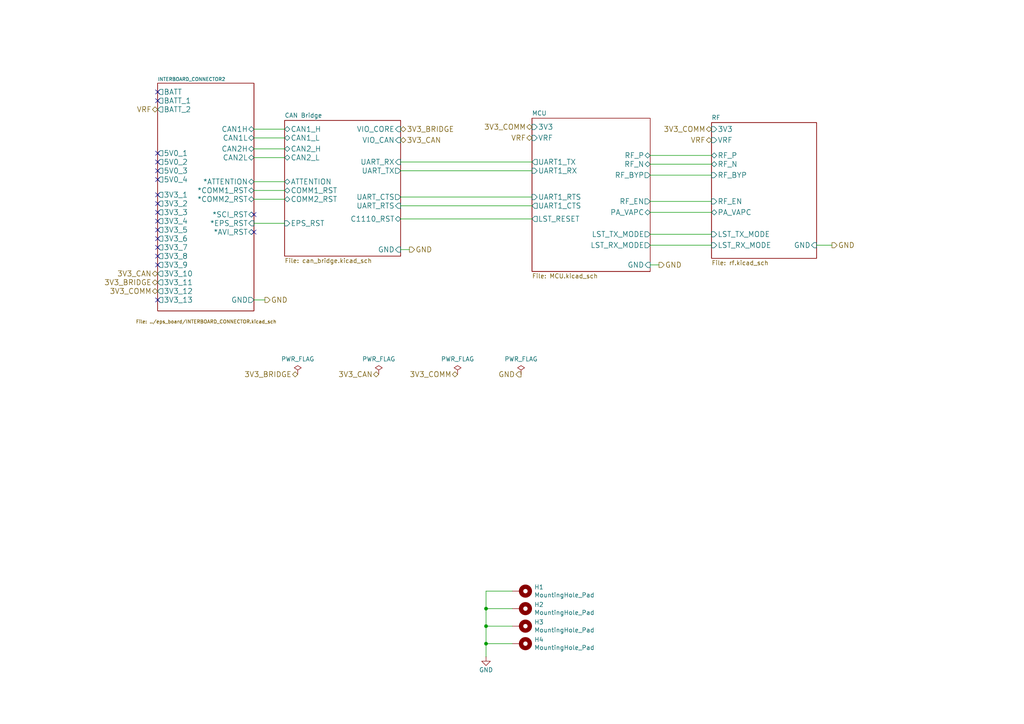
<source format=kicad_sch>
(kicad_sch (version 20231120) (generator "eeschema") (generator_version "8.0")
  (paper "A4")
  (title_block (title "1K Cubesat modification of OpenLST Reference Design") (date "2021-11-15") (rev "1.0") (comment 1 "Drawn by RGSAT. ") (comment 2 "License") (comment 3 "This work is licensed under a Creative Commons Attribution-ShareAlike 4.0 International") (comment 4 "Based on OpenLST Reference Design, Drawn by Ryan Kingsbury, Planet Labs Inc"))
  (lib_symbols
    (symbol "Mechanical:MountingHole_Pad" (pin_numbers hide) (pin_names (offset 1.016) hide) (exclude_from_sim yes) (in_bom no)
      (property "Reference" "H" (at 0 6.35 0))
      (property "Value" "MountingHole_Pad" (at 0 4.445 0))
      (symbol "MountingHole_Pad_0_1"
        (circle (center 0 1.27) (radius 1.27) (stroke (width 1.27)))
      )
      (symbol "MountingHole_Pad_1_1"
        (pin input line (at 0 -2.54 90) (length 2.54) (name "1") (number "1"))
      )
    )
    (symbol "power:GND" (power) (pin_numbers hide) (pin_names (offset 0) hide)
      (property "Value" "GND" (at 0 -3.81 0))
      (symbol "GND_0_1"
        (polyline (pts (xy 0 0) (xy 0 -1.27) (xy 1.27 -1.27) (xy 0 -2.54) (xy -1.27 -1.27) (xy 0 -1.27)))
      )
      (symbol "GND_1_1"
        (pin power_in line (at 0 0 270) (length 0) (name "~") (number "1"))
      )
    )
    (symbol "power:PWR_FLAG" (power) (pin_numbers hide) (pin_names (offset 0) hide)
      (property "Value" "PWR_FLAG" (at 0 3.81 0))
      (symbol "PWR_FLAG_0_0"
        (pin power_out line (at 0 0 90) (length 0) (name "~") (number "1"))
      )
      (symbol "PWR_FLAG_0_1"
        (polyline (pts (xy 0 0) (xy 0 1.27) (xy -1.016 1.905) (xy 0 2.54) (xy 1.016 1.905) (xy 0 1.27)))
      )
    )
  )
  (junction (at 140.97 186.69))
  (junction (at 140.97 181.61))
  (junction (at 140.97 176.53))
  (no_connect (at 45.72 71.755))
  (no_connect (at 45.72 26.67))
  (no_connect (at 45.72 64.135))
  (no_connect (at 45.72 44.45))
  (no_connect (at 73.66 62.23))
  (no_connect (at 45.72 76.835))
  (no_connect (at 45.72 52.07))
  (no_connect (at 45.72 86.995))
  (no_connect (at 45.72 59.055))
  (no_connect (at 45.72 66.675))
  (no_connect (at 45.72 46.99))
  (no_connect (at 73.66 67.31))
  (no_connect (at 45.72 69.215))
  (no_connect (at 45.72 49.53))
  (no_connect (at 45.72 74.295))
  (no_connect (at 45.72 61.595))
  (no_connect (at 45.72 56.515))
  (no_connect (at 45.72 29.21))
  (wire (pts (xy 73.66 45.72) (xy 82.55 45.72)))
  (wire (pts (xy 188.595 61.595) (xy 206.375 61.595)))
  (wire (pts (xy 140.97 171.45) (xy 140.97 176.53)))
  (wire (pts (xy 236.855 71.12) (xy 241.3 71.12)))
  (wire (pts (xy 116.205 57.15) (xy 154.305 57.15)))
  (wire (pts (xy 73.66 43.18) (xy 82.55 43.18)))
  (wire (pts (xy 140.97 171.45) (xy 148.59 171.45)))
  (wire (pts (xy 140.97 186.69) (xy 140.97 190.5)))
  (wire (pts (xy 188.595 50.8) (xy 206.375 50.8)))
  (wire (pts (xy 140.97 181.61) (xy 148.59 181.61)))
  (wire (pts (xy 188.595 58.42) (xy 206.375 58.42)))
  (wire (pts (xy 73.66 64.77) (xy 82.55 64.77)))
  (wire (pts (xy 140.97 181.61) (xy 140.97 186.69)))
  (wire (pts (xy 116.205 49.53) (xy 154.305 49.53)))
  (wire (pts (xy 188.595 67.945) (xy 206.375 67.945)))
  (wire (pts (xy 73.66 55.245) (xy 82.55 55.245)))
  (wire (pts (xy 73.66 40.005) (xy 82.55 40.005)))
  (wire (pts (xy 73.66 86.995) (xy 76.835 86.995)))
  (wire (pts (xy 73.66 37.465) (xy 82.55 37.465)))
  (wire (pts (xy 116.205 59.69) (xy 154.305 59.69)))
  (wire (pts (xy 116.205 46.99) (xy 154.305 46.99)))
  (wire (pts (xy 116.205 63.5) (xy 154.305 63.5)))
  (wire (pts (xy 73.66 52.705) (xy 82.55 52.705)))
  (wire (pts (xy 140.97 176.53) (xy 140.97 181.61)))
  (wire (pts (xy 140.97 176.53) (xy 148.59 176.53)))
  (wire (pts (xy 73.66 57.785) (xy 82.55 57.785)))
  (wire (pts (xy 118.745 72.39) (xy 116.205 72.39)))
  (wire (pts (xy 140.97 186.69) (xy 148.59 186.69)))
  (wire (pts (xy 188.595 45.085) (xy 206.375 45.085)))
  (wire (pts (xy 191.135 76.835) (xy 188.595 76.835)))
  (wire (pts (xy 188.595 71.12) (xy 206.375 71.12)))
  (wire (pts (xy 188.595 47.625) (xy 206.375 47.625)))
  (hierarchical_label "3V3_BRIDGE" (shape bidirectional) (at 45.72 81.915 180) (effects (font (size 1.524 1.524))))
  (hierarchical_label "VRF" (shape bidirectional) (at 206.375 40.64 180) (effects (font (size 1.524 1.524))))
  (hierarchical_label "GND" (shape output) (at 151.13 108.585 180) (effects (font (size 1.524 1.524))))
  (hierarchical_label "GND" (shape output) (at 241.3 71.12 0) (effects (font (size 1.524 1.524))))
  (hierarchical_label "VRF" (shape bidirectional) (at 154.305 40.005 180) (effects (font (size 1.524 1.524))))
  (hierarchical_label "3V3_CAN" (shape bidirectional) (at 116.205 40.64 0) (effects (font (size 1.524 1.524))))
  (hierarchical_label "3V3_CAN" (shape bidirectional) (at 109.855 108.585 180) (effects (font (size 1.524 1.524))))
  (hierarchical_label "3V3_COMM" (shape bidirectional) (at 206.375 37.465 180) (effects (font (size 1.524 1.524))))
  (hierarchical_label "GND" (shape output) (at 191.135 76.835 0) (effects (font (size 1.524 1.524))))
  (hierarchical_label "3V3_CAN" (shape bidirectional) (at 45.72 79.375 180) (effects (font (size 1.524 1.524))))
  (hierarchical_label "GND" (shape output) (at 118.745 72.39 0) (effects (font (size 1.524 1.524))))
  (hierarchical_label "3V3_COMM" (shape bidirectional) (at 154.305 36.83 180) (effects (font (size 1.524 1.524))))
  (hierarchical_label "3V3_COMM" (shape bidirectional) (at 45.72 84.455 180) (effects (font (size 1.524 1.524))))
  (hierarchical_label "3V3_COMM" (shape bidirectional) (at 132.715 108.585 180) (effects (font (size 1.524 1.524))))
  (hierarchical_label "GND" (shape output) (at 76.835 86.995 0) (effects (font (size 1.524 1.524))))
  (hierarchical_label "3V3_BRIDGE" (shape bidirectional) (at 86.36 108.585 180) (effects (font (size 1.524 1.524))))
  (hierarchical_label "3V3_BRIDGE" (shape bidirectional) (at 116.205 37.465 0) (effects (font (size 1.524 1.524))))
  (hierarchical_label "VRF" (shape bidirectional) (at 45.72 31.75 180) (effects (font (size 1.524 1.524))))
  (symbol (lib_id "power:GND") (at 140.97 190.5 0) (unit 1)
    (property "Reference" "#PWR01" (effects (hide yes)))
    (property "Value" "GND" (at 140.97 194.31 0))
    (property "Description" "Power symbol creates a global label with name \"GND\" , ground" (effects (hide yes)))
  )
  (symbol (lib_id "Mechanical:MountingHole_Pad") (at 151.13 171.45 270) (unit 1)
    (property "Reference" "H1" (at 154.94 170.2816 90) (effects (justify left)))
    (property "Value" "MountingHole_Pad" (at 154.94 172.593 90) (effects (justify left)))
    (property "Footprint" "Common:MountingHole_4.3mm_M4_Pad_Via_Custom" (effects (hide yes)))
  )
  (symbol (lib_id "Mechanical:MountingHole_Pad") (at 151.13 176.53 270) (unit 1)
    (property "Reference" "H2" (at 154.94 175.3616 90) (effects (justify left)))
    (property "Value" "MountingHole_Pad" (at 154.94 177.673 90) (effects (justify left)))
    (property "Footprint" "Common:MountingHole_4.3mm_M4_Pad_Via_Custom" (effects (hide yes)))
  )
  (symbol (lib_id "Mechanical:MountingHole_Pad") (at 151.13 181.61 270) (unit 1)
    (property "Reference" "H3" (at 154.94 180.4416 90) (effects (justify left)))
    (property "Value" "MountingHole_Pad" (at 154.94 182.753 90) (effects (justify left)))
    (property "Footprint" "Common:MountingHole_4.3mm_M4_Pad_Via_Custom" (effects (hide yes)))
  )
  (symbol (lib_id "Mechanical:MountingHole_Pad") (at 151.13 186.69 270) (unit 1)
    (property "Reference" "H4" (at 154.94 185.5216 90) (effects (justify left)))
    (property "Value" "MountingHole_Pad" (at 154.94 187.833 90) (effects (justify left)))
    (property "Footprint" "Common:MountingHole_4.3mm_M4_Pad_Via_Custom" (effects (hide yes)))
  )
  (symbol (lib_id "power:PWR_FLAG") (at 109.855 108.585 0) (unit 1)
    (property "Reference" "#FLG02" (effects (hide yes)))
    (property "Value" "PWR_FLAG" (at 109.855 104.14 0))
    (property "Description" "Special symbol for telling ERC where power comes from" (effects (hide yes)))
  )
  (symbol (lib_id "power:PWR_FLAG") (at 132.715 108.585 0) (unit 1)
    (property "Reference" "#FLG03" (effects (hide yes)))
    (property "Value" "PWR_FLAG" (at 132.715 104.14 0))
    (property "Description" "Special symbol for telling ERC where power comes from" (effects (hide yes)))
  )
  (symbol (lib_id "power:PWR_FLAG") (at 151.13 108.585 0) (unit 1)
    (property "Reference" "#FLG04" (effects (hide yes)))
    (property "Value" "PWR_FLAG" (at 151.13 104.14 0))
    (property "Description" "Special symbol for telling ERC where power comes from" (effects (hide yes)))
  )
  (symbol (lib_id "power:PWR_FLAG") (at 86.36 108.585 0) (unit 1)
    (property "Reference" "#FLG01" (effects (hide yes)))
    (property "Value" "PWR_FLAG" (at 86.36 104.14 0))
    (property "Description" "Special symbol for telling ERC where power comes from" (effects (hide yes)))
  )
  (sheet (at 45.72 24.13) (size 27.94 66.04)
    (property "Sheetname" "INTERBOARD_CONNECTOR2" (at 45.72 23.5581 0) (effects (font (size 0.9906 0.9906)) (justify left bottom)))
    (property "Sheetfile" "../eps_board/INTERBOARD_CONNECTOR.kicad_sch" (at 39.37 92.71 0) (effects (font (size 0.9906 0.9906)) (justify left top)))
    (pin "3V3_10" output (at 45.72 79.375 180) (effects (font (size 1.524 1.524))))
    (pin "BATT" output (at 45.72 26.67 180) (effects (font (size 1.524 1.524))))
    (pin "GND" output (at 73.66 86.995 0) (effects (font (size 1.524 1.524))))
    (pin "3V3_1" output (at 45.72 56.515 180) (effects (font (size 1.524 1.524))))
    (pin "CAN1H" bidirectional (at 73.66 37.465 0) (effects (font (size 1.524 1.524))))
    (pin "CAN1L" bidirectional (at 73.66 40.005 0) (effects (font (size 1.524 1.524))))
    (pin "3V3_3" output (at 45.72 61.595 180) (effects (font (size 1.524 1.524))))
    (pin "3V3_4" output (at 45.72 64.135 180) (effects (font (size 1.524 1.524))))
    (pin "3V3_5" output (at 45.72 66.675 180) (effects (font (size 1.524 1.524))))
    (pin "3V3_7" output (at 45.72 71.755 180) (effects (font (size 1.524 1.524))))
    (pin "3V3_8" output (at 45.72 74.295 180) (effects (font (size 1.524 1.524))))
    (pin "3V3_9" output (at 45.72 76.835 180) (effects (font (size 1.524 1.524))))
    (pin "3V3_11" output (at 45.72 81.915 180) (effects (font (size 1.524 1.524))))
    (pin "3V3_12" output (at 45.72 84.455 180) (effects (font (size 1.524 1.524))))
    (pin "3V3_2" output (at 45.72 59.055 180) (effects (font (size 1.524 1.524))))
    (pin "3V3_6" output (at 45.72 69.215 180) (effects (font (size 1.524 1.524))))
    (pin "5V0_1" output (at 45.72 44.45 180) (effects (font (size 1.524 1.524))))
    (pin "5V0_2" output (at 45.72 46.99 180) (effects (font (size 1.524 1.524))))
    (pin "CAN2H" bidirectional (at 73.66 43.18 0) (effects (font (size 1.524 1.524))))
    (pin "CAN2L" bidirectional (at 73.66 45.72 0) (effects (font (size 1.524 1.524))))
    (pin "5V0_3" output (at 45.72 49.53 180) (effects (font (size 1.524 1.524))))
    (pin "3V3_13" output (at 45.72 86.995 180) (effects (font (size 1.524 1.524))))
    (pin "5V0_4" output (at 45.72 52.07 180) (effects (font (size 1.524 1.524))))
    (pin "*AVI_RST" bidirectional (at 73.66 67.31 0) (effects (font (size 1.524 1.524))))
    (pin "*COMM2_RST" bidirectional (at 73.66 57.785 0) (effects (font (size 1.524 1.524))))
    (pin "*EPS_RST" input (at 73.66 64.77 0) (effects (font (size 1.524 1.524))))
    (pin "BATT_2" output (at 45.72 31.75 180) (effects (font (size 1.524 1.524))))
    (pin "BATT_1" output (at 45.72 29.21 180) (effects (font (size 1.524 1.524))))
    (pin "*SCI_RST" bidirectional (at 73.66 62.23 0) (effects (font (size 1.524 1.524))))
    (pin "*ATTENTION" bidirectional (at 73.66 52.705 0) (effects (font (size 1.524 1.524))))
    (pin "*COMM1_RST" bidirectional (at 73.66 55.245 0) (effects (font (size 1.524 1.524))))
  )
  (sheet (at 82.55 34.925) (size 33.655 39.37) (stroke (width 0.1524))
    (property "Sheetname" "CAN Bridge" (at 82.55 34.2134 0) (effects (justify left bottom)))
    (property "Sheetfile" "can_bridge.kicad_sch" (at 82.55 74.8796 0) (effects (justify left top)))
    (pin "GND" input (at 116.205 72.39 0) (effects (font (size 1.524 1.524))))
    (pin "VIO_CAN" input (at 116.205 40.64 0) (effects (font (size 1.524 1.524))))
    (pin "CAN1_H" bidirectional (at 82.55 37.465 180) (effects (font (size 1.524 1.524))))
    (pin "CAN2_H" bidirectional (at 82.55 43.18 180) (effects (font (size 1.524 1.524))))
    (pin "CAN1_L" bidirectional (at 82.55 40.005 180) (effects (font (size 1.524 1.524))))
    (pin "CAN2_L" bidirectional (at 82.55 45.72 180) (effects (font (size 1.524 1.524))))
    (pin "VIO_CORE" input (at 116.205 37.465 0) (effects (font (size 1.524 1.524))))
    (pin "UART_RX" input (at 116.205 46.99 0) (effects (font (size 1.524 1.524))))
    (pin "UART_TX" output (at 116.205 49.53 0) (effects (font (size 1.524 1.524))))
    (pin "UART_CTS" output (at 116.205 57.15 0) (effects (font (size 1.524 1.524))))
    (pin "UART_RTS" input (at 116.205 59.69 0) (effects (font (size 1.524 1.524))))
    (pin "ATTENTION" bidirectional (at 82.55 52.705 180) (effects (font (size 1.524 1.524))))
    (pin "COMM2_RST" bidirectional (at 82.55 57.785 180) (effects (font (size 1.524 1.524))))
    (pin "COMM1_RST" bidirectional (at 82.55 55.245 180) (effects (font (size 1.524 1.524))))
    (pin "C1110_RST" bidirectional (at 116.205 63.5 0) (effects (font (size 1.524 1.524))))
    (pin "EPS_RST" input (at 82.55 64.77 180) (effects (font (size 1.524 1.524))))
  )
  (sheet (at 206.375 35.56) (size 30.48 39.37) (stroke (width 0.1524))
    (property "Sheetname" "RF" (at 206.375 34.8484 0) (effects (justify left bottom)))
    (property "Sheetfile" "rf.kicad_sch" (at 206.375 75.5146 0) (effects (justify left top)))
    (pin "PA_VAPC" bidirectional (at 206.375 61.595 180) (effects (font (size 1.524 1.524))))
    (pin "RF_P" bidirectional (at 206.375 45.085 180) (effects (font (size 1.524 1.524))))
    (pin "RF_N" bidirectional (at 206.375 47.625 180) (effects (font (size 1.524 1.524))))
    (pin "LST_TX_MODE" input (at 206.375 67.945 180) (effects (font (size 1.524 1.524))))
    (pin "RF_BYP" input (at 206.375 50.8 180) (effects (font (size 1.524 1.524))))
    (pin "RF_EN" input (at 206.375 58.42 180) (effects (font (size 1.524 1.524))))
    (pin "LST_RX_MODE" input (at 206.375 71.12 180) (effects (font (size 1.524 1.524))))
    (pin "GND" input (at 236.855 71.12 0) (effects (font (size 1.524 1.524))))
    (pin "3V3" input (at 206.375 37.465 180) (effects (font (size 1.524 1.524))))
    (pin "VRF" input (at 206.375 40.64 180) (effects (font (size 1.524 1.524))))
  )
  (sheet (at 154.305 34.29) (size 34.29 44.45) (stroke (width 0.1524))
    (property "Sheetname" "MCU" (at 154.305 33.5784 0) (effects (justify left bottom)))
    (property "Sheetfile" "MCU.kicad_sch" (at 154.305 79.3246 0) (effects (justify left top)))
    (pin "UART1_CTS" output (at 154.305 59.69 180) (effects (font (size 1.524 1.524))))
    (pin "UART1_RX" input (at 154.305 49.53 180) (effects (font (size 1.524 1.524))))
    (pin "UART1_RTS" input (at 154.305 57.15 180) (effects (font (size 1.524 1.524))))
    (pin "UART1_TX" output (at 154.305 46.99 180) (effects (font (size 1.524 1.524))))
    (pin "RF_P" bidirectional (at 188.595 45.085 0) (effects (font (size 1.524 1.524))))
    (pin "RF_N" bidirectional (at 188.595 47.625 0) (effects (font (size 1.524 1.524))))
    (pin "LST_TX_MODE" output (at 188.595 67.945 0) (effects (font (size 1.524 1.524))))
    (pin "LST_RX_MODE" output (at 188.595 71.12 0) (effects (font (size 1.524 1.524))))
    (pin "RF_BYP" output (at 188.595 50.8 0) (effects (font (size 1.524 1.524))))
    (pin "RF_EN" output (at 188.595 58.42 0) (effects (font (size 1.524 1.524))))
    (pin "PA_VAPC" bidirectional (at 188.595 61.595 0) (effects (font (size 1.524 1.524))))
    (pin "LST_RESET" output (at 154.305 63.5 180) (effects (font (size 1.524 1.524))))
    (pin "GND" input (at 188.595 76.835 0) (effects (font (size 1.524 1.524))))
    (pin "3V3" input (at 154.305 36.83 180) (effects (font (size 1.524 1.524))))
    (pin "VRF" input (at 154.305 40.005 180) (effects (font (size 1.524 1.524))))
  )
)
</source>
